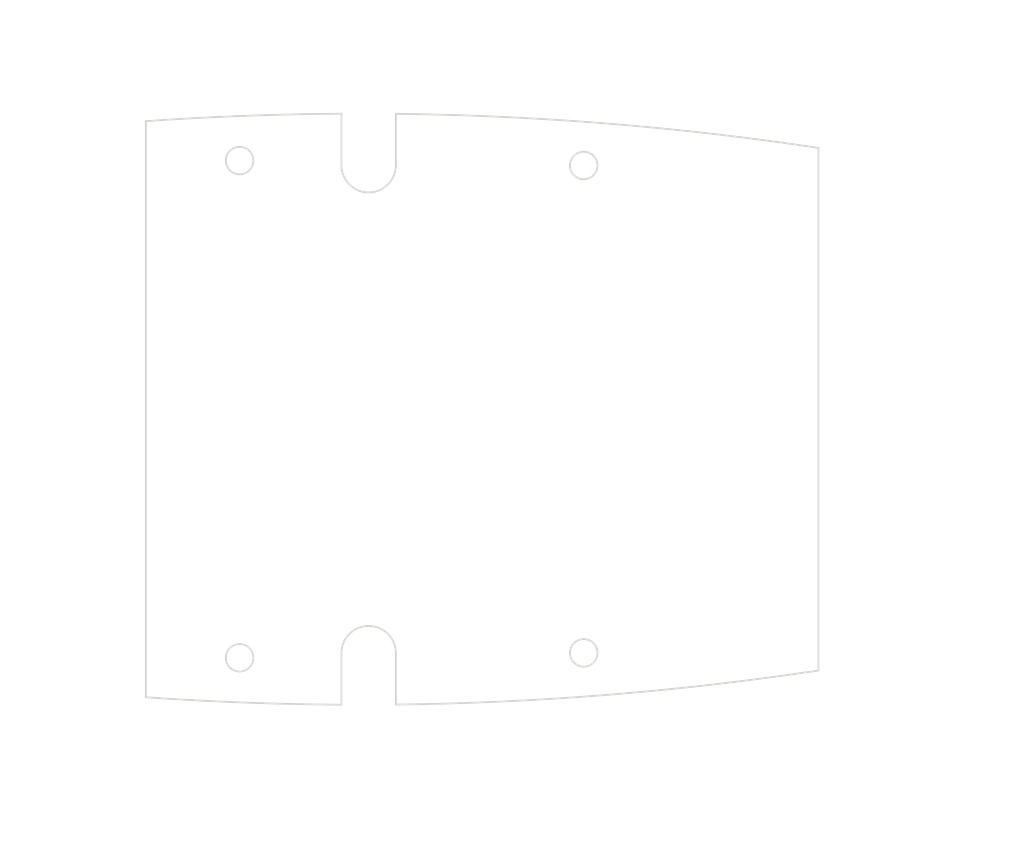
<source format=kicad_pcb>
(kicad_pcb (version 20221018) (generator pcbnew)

  (general
    (thickness 1.6)
  )

  (paper "A4")
  (layers
    (0 "F.Cu" signal)
    (31 "B.Cu" signal)
    (32 "B.Adhes" user "B.Adhesive")
    (33 "F.Adhes" user "F.Adhesive")
    (34 "B.Paste" user)
    (35 "F.Paste" user)
    (36 "B.SilkS" user "B.Silkscreen")
    (37 "F.SilkS" user "F.Silkscreen")
    (38 "B.Mask" user)
    (39 "F.Mask" user)
    (40 "Dwgs.User" user "User.Drawings")
    (41 "Cmts.User" user "User.Comments")
    (42 "Eco1.User" user "User.Eco1")
    (43 "Eco2.User" user "User.Eco2")
    (44 "Edge.Cuts" user)
    (45 "Margin" user)
    (46 "B.CrtYd" user "B.Courtyard")
    (47 "F.CrtYd" user "F.Courtyard")
    (48 "B.Fab" user)
    (49 "F.Fab" user)
  )

  (setup
    (pad_to_mask_clearance 0.051)
    (solder_mask_min_width 0.25)
    (pcbplotparams
      (layerselection 0x00010fc_ffffffff)
      (plot_on_all_layers_selection 0x0000000_00000000)
      (disableapertmacros false)
      (usegerberextensions false)
      (usegerberattributes false)
      (usegerberadvancedattributes false)
      (creategerberjobfile false)
      (dashed_line_dash_ratio 12.000000)
      (dashed_line_gap_ratio 3.000000)
      (svgprecision 4)
      (plotframeref false)
      (viasonmask false)
      (mode 1)
      (useauxorigin false)
      (hpglpennumber 1)
      (hpglpenspeed 20)
      (hpglpendiameter 15.000000)
      (dxfpolygonmode true)
      (dxfimperialunits true)
      (dxfusepcbnewfont true)
      (psnegative false)
      (psa4output false)
      (plotreference true)
      (plotvalue true)
      (plotinvisibletext false)
      (sketchpadsonfab false)
      (subtractmaskfromsilk false)
      (outputformat 1)
      (mirror false)
      (drillshape 1)
      (scaleselection 1)
      (outputdirectory "")
    )
  )

  (net 0 "")

  (gr_line (start 163.876154 55.733773) (end 158.469757 61.765527)
    (stroke (width 0.2) (type solid)) (layer "Dwgs.User") (tstamp 01f9e8d8-a76e-4d91-88bf-0e1b5346f11b))
  (gr_line (start 156.066936 63.946282) (end 156.066936 62.346282)
    (stroke (width 0.2) (type solid)) (layer "Dwgs.User") (tstamp 022aecb9-0139-4bd8-968f-f0356f1a30a8))
  (gr_line (start 130.566936 64.413162) (end 127.404211 64.413162)
    (stroke (width 0.2) (type solid)) (layer "Dwgs.User") (tstamp 0255fa7b-bd1f-41d2-8640-64a061db2fc9))
  (gr_line (start 156.066936 64.446282) (end 156.316936 64.446282)
    (stroke (width 0.2) (type solid)) (layer "Dwgs.User") (tstamp 0961ad4f-39ee-471d-a69f-1d7ced30960f))
  (gr_line (start 116.066936 64.374282) (end 116.066936 65.974282)
    (stroke (width 0.2) (type solid)) (layer "Dwgs.User") (tstamp 0a5124c4-f855-479b-8490-e0f002f8eeb3))
  (gr_line (start 131.066936 64.503162) (end 131.066936 64.323162)
    (stroke (width 0.2) (type solid)) (layer "Dwgs.User") (tstamp 0b723115-8d05-4ea6-aac3-2c43f8a10a32))
  (gr_line (start 156.066936 121.128282) (end 156.316936 121.128282)
    (stroke (width 0.2) (type solid)) (layer "Dwgs.User") (tstamp 0bd6f12f-8b80-4769-ab3a-e1ccb4c55a35))
  (gr_line (start 131.066936 64.413162) (end 130.816936 64.413162)
    (stroke (width 0.2) (type solid)) (layer "Dwgs.User") (tstamp 0ecc4855-3d53-4c9b-8c46-38d08e9efbe3))
  (gr_line (start 116.566936 63.874282) (end 118.166936 63.874282)
    (stroke (width 0.2) (type solid)) (layer "Dwgs.User") (tstamp 19faf95b-5858-4e5c-aa61-663a001be3c8))
  (gr_line (start 157.066936 64.446282) (end 190.995892 64.446282)
    (stroke (width 0.2) (type solid)) (layer "Dwgs.User") (tstamp 1bf0527a-7e24-4005-9b39-78b48d4f614a))
  (gr_line (start 118.066936 140.399712) (end 131.449746 140.399712)
    (stroke (width 0.2) (type solid)) (layer "Dwgs.User") (tstamp 1d723cd4-2ea0-4ea4-95c6-be5cec571fc4))
  (gr_line (start 184.348998 123.175951) (end 205.680898 123.175951)
    (stroke (width 0.2) (type solid)) (layer "Dwgs.User") (tstamp 239ebb8a-24a1-414d-998a-2d4200fa9563))
  (gr_line (start 131.066936 121.161403) (end 131.066936 121.411403)
    (stroke (width 0.2) (type solid)) (layer "Dwgs.User") (tstamp 26acb640-8302-4eb8-8336-bd85e047169a))
  (gr_line (start 173.030004 133.800439) (end 165.781408 133.800439)
    (stroke (width 0.2) (type solid)) (layer "Dwgs.User") (tstamp 28036a1c-cb9e-4c78-b8d7-d979ea76a232))
  (gr_line (start 115.566936 121.700282) (end 113.966936 121.700282)
    (stroke (width 0.2) (type solid)) (layer "Dwgs.User") (tstamp 2ad6c99d-b35c-43e9-904c-182f90d052d8))
  (gr_line (start 124.400269 66.413162) (end 124.400269 79.868907)
    (stroke (width 0.2) (type solid)) (layer "Dwgs.User") (tstamp 2b5dfd03-340a-40ef-992c-dc428747bd10))
  (gr_line (start 105.167861 140.308712) (end 103.167861 140.308712)
    (stroke (width 0.2) (type solid)) (layer "Dwgs.User") (tstamp 3340f5a4-54fa-45f0-a0e5-885abb6a6074))
  (gr_line (start 181.348998 48.625846) (end 148.881076 48.625846)
    (stroke (width 0.2) (type solid)) (layer "Dwgs.User") (tstamp 350e19d8-cb5a-41fc-9536-b7940600486e))
  (gr_line (start 187.820892 66.446282) (end 187.820892 88.884418)
    (stroke (width 0.2) (type solid)) (layer "Dwgs.User") (tstamp 368b63d2-0ec1-442a-b5e0-bf7d0ab8dd02))
  (gr_line (start 115.066936 121.700282) (end 97.167241 121.700282)
    (stroke (width 0.2) (type solid)) (layer "Dwgs.User") (tstamp 37fcef80-a849-493a-bf08-35b0ef62867c))
  (gr_line (start 156.066936 64.536282) (end 156.066936 64.356282)
    (stroke (width 0.2) (type solid)) (layer "Dwgs.User") (tstamp 3933fa24-d80c-497b-a24b-618523bc1917))
  (gr_line (start 156.066936 121.628282) (end 156.066936 123.228282)
    (stroke (width 0.2) (type solid)) (layer "Dwgs.User") (tstamp 3c6d4d74-9912-4cc4-85c0-9e017a5d2ffe))
  (gr_line (start 131.066936 121.161403) (end 131.066936 120.911403)
    (stroke (width 0.2) (type solid)) (layer "Dwgs.User") (tstamp 3d036c5e-a292-424d-8bd1-7ceb41f0c055))
  (gr_line (start 100.342241 119.700282) (end 100.342241 102.371369)
    (stroke (width 0.2) (type solid)) (layer "Dwgs.User") (tstamp 3e724c8a-ce76-4c73-bec8-b1ee60bb5f10))
  (gr_line (start 115.566936 63.874282) (end 113.966936 63.874282)
    (stroke (width 0.2) (type solid)) (layer "Dwgs.User") (tstamp 4002d232-1554-47c1-86a5-4e6edcf871d4))
  (gr_line (start 116.066936 63.874282) (end 115.816936 63.874282)
    (stroke (width 0.2) (type solid)) (layer "Dwgs.User") (tstamp 45558766-48b0-4559-b745-97744a095eb9))
  (gr_line (start 126.904211 127.153532) (end 89.779862 127.153532)
    (stroke (width 0.2) (type solid)) (layer "Dwgs.User") (tstamp 496fb713-2110-4070-85ea-b903adcdb39c))
  (gr_line (start 156.066936 121.128282) (end 156.066936 120.878282)
    (stroke (width 0.2) (type solid)) (layer "Dwgs.User") (tstamp 4d054804-52af-4650-8703-336533d386f8))
  (gr_line (start 116.066936 63.874282) (end 116.066936 63.624282)
    (stroke (width 0.2) (type solid)) (layer "Dwgs.User") (tstamp 4fed37eb-265e-4273-ba19-4105f9efaeed))
  (gr_line (start 116.066936 121.200282) (end 116.066936 119.600282)
    (stroke (width 0.2) (type solid)) (layer "Dwgs.User") (tstamp 53c3ad61-53d4-4444-98e3-d0beb46db2e0))
  (gr_line (start 124.400269 119.161403) (end 124.400269 87.674637)
    (stroke (width 0.2) (type solid)) (layer "Dwgs.User") (tstamp 5511bc82-f3bb-4918-9195-f596f0e67b28))
  (gr_line (start 156.566936 121.128282) (end 158.166936 121.128282)
    (stroke (width 0.2) (type solid)) (layer "Dwgs.User") (tstamp 59d17d39-e1b7-4af4-bb69-99c21b699ba1))
  (gr_line (start 116.066936 122.200282) (end 116.066936 123.800282)
    (stroke (width 0.2) (type solid)) (layer "Dwgs.User") (tstamp 5d109874-e525-4d99-9a91-cead8aa6c2ba))
  (gr_line (start 92.954862 60.421033) (end 92.954862 81.664409)
    (stroke (width 0.2) (type solid)) (layer "Dwgs.User") (tstamp 6078297d-0c7f-4bd0-bb03-8d00dead2e19))
  (gr_line (start 156.066936 121.128282) (end 155.816936 121.128282)
    (stroke (width 0.2) (type solid)) (layer "Dwgs.User") (tstamp 65bff8f6-4bf3-4d34-b6b6-33566d4cee8e))
  (gr_line (start 155.976936 64.446282) (end 156.156936 64.446282)
    (stroke (width 0.2) (type solid)) (layer "Dwgs.User") (tstamp 69a99cc7-78f5-47d1-af5e-8ceafcbf50d0))
  (gr_line (start 183.348998 61.398614) (end 183.348998 45.450846)
    (stroke (width 0.2) (type solid)) (layer "Dwgs.User") (tstamp 6a38cf24-f700-4676-a67a-1aad0d486b2a))
  (gr_line (start 187.820892 119.128282) (end 187.820892 96.690147)
    (stroke (width 0.2) (type solid)) (layer "Dwgs.User") (tstamp 6c1ed26b-0765-4ebe-9105-ae5ca9770364))
  (gr_line (start 131.066936 121.161403) (end 131.316936 121.161403)
    (stroke (width 0.2) (type solid)) (layer "Dwgs.User") (tstamp 6fe2e873-9246-4b12-ba55-11b1b15526cc))
  (gr_line (start 131.066936 64.413162) (end 131.066936 64.663162)
    (stroke (width 0.2) (type solid)) (layer "Dwgs.User") (tstamp 72f541a8-a92b-4ab9-b02d-b6477adcfd5d))
  (gr_line (start 156.066936 120.628282) (end 156.066936 119.028282)
    (stroke (width 0.2) (type solid)) (layer "Dwgs.User") (tstamp 740f589d-31ce-4e6d-8ac2-20d537031ed4))
  (gr_line (start 165.781408 133.800439) (end 165.159415 127.449452)
    (stroke (width 0.2) (type solid)) (layer "Dwgs.User") (tstamp 74491bd1-afca-4a22-8c71-492e5b1d6009))
  (gr_line (start 116.566936 121.700282) (end 118.166936 121.700282)
    (stroke (width 0.2) (type solid)) (layer "Dwgs.User") (tstamp 753ce2c4-4bc6-4573-ab8a-47d9ab8f4b19))
  (gr_line (start 116.066936 63.874282) (end 116.316936 63.874282)
    (stroke (width 0.2) (type solid)) (layer "Dwgs.User") (tstamp 7aeb9e67-50e2-4729-8cdc-b3e8e8fdae55))
  (gr_line (start 116.066936 121.700282) (end 116.066936 121.950282)
    (stroke (width 0.2) (type solid)) (layer "Dwgs.User") (tstamp 7c9740b9-b3f1-45a9-9177-a984c564a439))
  (gr_line (start 116.066936 122.700282) (end 116.066936 143.574712)
    (stroke (width 0.2) (type solid)) (layer "Dwgs.User") (tstamp 7ced8f99-8eac-4090-ae9e-e642f1f49296))
  (gr_line (start 155.566936 64.446282) (end 153.966936 64.446282)
    (stroke (width 0.2) (type solid)) (layer "Dwgs.User") (tstamp 82bb7d2a-0301-4886-b767-ad942830f0c9))
  (gr_line (start 156.066936 64.946282) (end 156.066936 66.546282)
    (stroke (width 0.2) (type solid)) (layer "Dwgs.User") (tstamp 83756e35-6f9d-441f-a4f3-add4321674a6))
  (gr_line (start 116.066936 121.700282) (end 115.816936 121.700282)
    (stroke (width 0.2) (type solid)) (layer "Dwgs.User") (tstamp 8a7e4a7c-b574-4cbc-b1c6-e2f25d37e128))
  (gr_line (start 116.066936 122.700282) (end 116.066936 143.483712)
    (stroke (width 0.2) (type solid)) (layer "Dwgs.User") (tstamp 8fd0f641-deb5-4499-98a8-6df3bf240515))
  (gr_line (start 156.566936 64.446282) (end 158.166936 64.446282)
    (stroke (width 0.2) (type solid)) (layer "Dwgs.User") (tstamp 91063821-a24b-41bd-ae75-f54270331f8d))
  (gr_line (start 105.167861 58.287282) (end 105.167861 45.450846)
    (stroke (width 0.2) (type solid)) (layer "Dwgs.User") (tstamp 993eaebd-9545-4d96-8f42-a222202a1b90))
  (gr_line (start 131.566936 121.161403) (end 134.729661 121.161403)
    (stroke (width 0.2) (type solid)) (layer "Dwgs.User") (tstamp 9ccc13e5-4029-4a33-8ef1-b12cea15f2d7))
  (gr_line (start 116.066936 63.874282) (end 116.066936 64.124282)
    (stroke (width 0.2) (type solid)) (layer "Dwgs.User") (tstamp a2527610-7864-4154-b6ec-161e47151e63))
  (gr_line (start 154.066936 140.399712) (end 140.684126 140.399712)
    (stroke (width 0.2) (type solid)) (layer "Dwgs.User") (tstamp a2f5c300-c10c-4086-b6af-9933ee302039))
  (gr_line (start 156.066936 122.128282) (end 156.066936 143.574712)
    (stroke (width 0.2) (type solid)) (layer "Dwgs.User") (tstamp a5590913-d03d-4874-8c70-ee3f8852e983))
  (gr_line (start 116.066936 63.374282) (end 116.066936 61.774282)
    (stroke (width 0.2) (type solid)) (layer "Dwgs.User") (tstamp a97d8cd5-513d-4f7c-a9c2-0a283163797f))
  (gr_line (start 202.505898 121.175951) (end 202.505898 96.690147)
    (stroke (width 0.2) (type solid)) (layer "Dwgs.User") (tstamp ac79b47a-4429-49b1-8ff3-6a5ba07cea41))
  (gr_line (start 156.066936 121.128282) (end 156.066936 121.378282)
    (stroke (width 0.2) (type solid)) (layer "Dwgs.User") (tstamp ae27ea2e-3cb8-4caa-9640-bcd805d44bb9))
  (gr_line (start 157.066936 121.128282) (end 190.995892 121.128282)
    (stroke (width 0.2) (type solid)) (layer "Dwgs.User") (tstamp b12e9c7f-257b-4ed6-95f0-5893ec5a29c7))
  (gr_line (start 184.348998 62.398614) (end 205.680898 62.398614)
    (stroke (width 0.2) (type solid)) (layer "Dwgs.User") (tstamp b37584cf-4952-47e0-954e-554e35028b81))
  (gr_line (start 114.066936 140.308712) (end 107.167861 140.308712)
    (stroke (width 0.2) (type solid)) (layer "Dwgs.User") (tstamp b76759b8-c408-4c05-8ac4-caaa83e32e75))
  (gr_line (start 131.566936 64.413162) (end 134.729661 64.413162)
    (stroke (width 0.2) (type solid)) (layer "Dwgs.User") (tstamp b97743f6-472a-4237-b792-ea1103474197))
  (gr_line (start 165.876154 55.733773) (end 163.876154 55.733773)
    (stroke (width 0.2) (type solid)) (layer "Dwgs.User") (tstamp bac2073d-8300-4e89-acaf-5126b7d3580f))
  (gr_line (start 131.066936 120.661403) (end 131.066936 117.498678)
    (stroke (width 0.2) (type solid)) (layer "Dwgs.User") (tstamp be5cf759-d5d2-4a34-85ca-09d913ade9ac))
  (gr_line (start 107.167861 48.625846) (end 139.635783 48.625846)
    (stroke (width 0.2) (type solid)) (layer "Dwgs.User") (tstamp c0687c32-eb2e-42c6-98fb-e17376978ef2))
  (gr_line (start 130.066936 121.161403) (end 121.225269 121.161403)
    (stroke (width 0.2) (type solid)) (layer "Dwgs.User") (tstamp c11723cb-38ff-4722-aa19-3f584e154d6e))
  (gr_line (start 156.066936 64.446282) (end 156.066936 64.196282)
    (stroke (width 0.2) (type solid)) (layer "Dwgs.User") (tstamp c67865a1-eddd-4e5c-8723-52f158232456))
  (gr_line (start 115.066936 63.874282) (end 97.167241 63.874282)
    (stroke (width 0.2) (type solid)) (layer "Dwgs.User") (tstamp c73ac2f4-a46c-4661-a5e5-9154a9f25791))
  (gr_line (start 130.066936 64.413162) (end 121.225269 64.413162)
    (stroke (width 0.2) (type solid)) (layer "Dwgs.User") (tstamp c8f5cc8b-b15c-4b8b-955f-6eed2d830515))
  (gr_line (start 116.066936 121.700282) (end 116.316936 121.700282)
    (stroke (width 0.2) (type solid)) (layer "Dwgs.User") (tstamp c908e559-4075-42d0-9eec-fc23371f306f))
  (gr_line (start 116.066936 121.700282) (end 116.066936 121.450282)
    (stroke (width 0.2) (type solid)) (layer "Dwgs.User") (tstamp cc7f0637-8f6a-4ff9-aab2-669a2476fdfc))
  (gr_line (start 141.566005 79.340793) (end 134.036998 68.636012)
    (stroke (width 0.2) (type solid)) (layer "Dwgs.User") (tstamp cc871e78-d041-4b87-b4c9-a4c3e8cdcc2e))
  (gr_line (start 92.954862 125.153532) (end 92.954862 89.471503)
    (stroke (width 0.2) (type solid)) (layer "Dwgs.User") (tstamp cceaeeee-8b7d-4736-aa10-b429e14f142f))
  (gr_line (start 130.976936 64.413162) (end 131.156936 64.413162)
    (stroke (width 0.2) (type solid)) (layer "Dwgs.User") (tstamp d1ca8e0a-09a1-4a19-9d7c-9b0590f630d7))
  (gr_line (start 131.066936 64.413162) (end 131.066936 64.163162)
    (stroke (width 0.2) (type solid)) (layer "Dwgs.User") (tstamp d77eaf76-94e0-405b-b389-6a6e5eecdd27))
  (gr_line (start 131.066936 121.161403) (end 130.816936 121.161403)
    (stroke (width 0.2) (type solid)) (layer "Dwgs.User") (tstamp dec9e355-5231-4415-b27b-eee91fa337ea))
  (gr_line (start 156.066936 64.446282) (end 155.816936 64.446282)
    (stroke (width 0.2) (type solid)) (layer "Dwgs.User") (tstamp e1c469b7-977a-4471-aa0d-e2aca1dbfc4b))
  (gr_line (start 131.066936 64.413162) (end 131.316936 64.413162)
    (stroke (width 0.2) (type solid)) (layer "Dwgs.User") (tstamp e2abde83-6408-4610-9134-0dda58421c07))
  (gr_line (start 130.566936 121.161403) (end 127.404211 121.161403)
    (stroke (width 0.2) (type solid)) (layer "Dwgs.User") (tstamp e95a8870-48b6-44e0-ac3b-44f96bd03ac2))
  (gr_line (start 202.505898 64.398614) (end 202.505898 88.884418)
    (stroke (width 0.2) (type solid)) (layer "Dwgs.User") (tstamp eb2cc6a2-fe01-4405-a491-6c77fb10b01a))
  (gr_line (start 105.167861 127.287282) (end 105.167861 143.483712)
    (stroke (width 0.2) (type solid)) (layer "Dwgs.User") (tstamp edfff323-3f8d-4a07-8072-4bb4c4d8492c))
  (gr_line (start 143.566005 79.340793) (end 141.566005 79.340793)
    (stroke (width 0.2) (type solid)) (layer "Dwgs.User") (tstamp f1358430-bdfc-4fe5-b43d-5b585606b6d7))
  (gr_line (start 155.566936 121.128282) (end 153.966936 121.128282)
    (stroke (width 0.2) (type solid)) (layer "Dwgs.User") (tstamp f22df091-e6fd-411e-b821-76110ca0b1e3))
  (gr_line (start 131.066936 64.913162) (end 131.066936 68.075887)
    (stroke (width 0.2) (type solid)) (layer "Dwgs.User") (tstamp fc7a7c00-6e1c-4b12-a58a-4c036a597f44))
  (gr_line (start 156.066936 64.446282) (end 156.066936 64.696282)
    (stroke (width 0.2) (type solid)) (layer "Dwgs.User") (tstamp fe71bdc8-ded5-419b-86b7-204c2621527a))
  (gr_line (start 100.342241 65.874282) (end 100.342241 94.564275)
    (stroke (width 0.2) (type solid)) (layer "Dwgs.User") (tstamp ff259157-5cfb-4291-a824-0e70c360683a))
  (gr_line (start 183.348998 123.175951) (end 183.348998 62.398614)
    (stroke (width 0.2) (type solid)) (layer "Edge.Cuts") (tstamp 09868764-4a1a-4ba8-ab54-b7c2cc3e53ef))
  (gr_line (start 105.167861 59.287282) (end 105.167861 126.287282)
    (stroke (width 0.2) (type solid)) (layer "Edge.Cuts") (tstamp 240e6252-a03d-4925-b8c0-2e6b1c7ef1e5))
  (gr_arc (start 183.348998 123.175951) (mid 158.857691 126.004203) (end 134.229661 127.137018)
    (stroke (width 0.2) (type solid)) (layer "Edge.Cuts") (tstamp 31a4b0f3-5b6b-4a48-a305-0e3fb231d480))
  (gr_line (start 134.229661 121.161403) (end 134.229661 127.137018)
    (stroke (width 0.2) (type solid)) (layer "Edge.Cuts") (tstamp 31fb5159-8f88-4030-a853-6da01e43f697))
  (gr_line (start 127.904211 127.153532) (end 127.904211 121.161403)
    (stroke (width 0.2) (type solid)) (layer "Edge.Cuts") (tstamp 4516e8cf-6461-4092-9abf-b47e1903c351))
  (gr_circle (center 116.066936 121.700282) (end 117.666936 121.700282)
    (stroke (width 0.2) (type solid)) (fill none) (layer "Edge.Cuts") (tstamp 45d6e9b8-c9b6-49b4-9517-055b44c8ccc1))
  (gr_arc (start 127.904211 127.153531) (mid 116.52914 126.901411) (end 105.167861 126.287282)
    (stroke (width 0.2) (type solid)) (layer "Edge.Cuts") (tstamp 5e281d59-cdd8-4e32-ab49-fe04a418633a))
  (gr_arc (start 134.229661 58.437547) (mid 158.857691 59.570361) (end 183.348998 62.398614)
    (stroke (width 0.2) (type solid)) (layer "Edge.Cuts") (tstamp 6e08c9fb-0cbe-4c75-baab-a72aa2bac57e))
  (gr_line (start 134.229661 58.437547) (end 134.229661 64.413162)
    (stroke (width 0.2) (type solid)) (layer "Edge.Cuts") (tstamp 7fbbe15d-7cec-4ebc-9a1c-865dee72c220))
  (gr_circle (center 116.066936 63.874282) (end 117.666936 63.874282)
    (stroke (width 0.2) (type solid)) (fill none) (layer "Edge.Cuts") (tstamp 80ae423d-ee73-45b7-ac3d-662a9bd9d888))
  (gr_line (start 127.904211 64.413162) (end 127.904211 58.421033)
    (stroke (width 0.2) (type solid)) (layer "Edge.Cuts") (tstamp 8f16f49b-c7eb-4c90-a4c6-88e17cb7f3d2))
  (gr_circle (center 156.066936 64.446282) (end 157.666936 64.446282)
    (stroke (width 0.2) (type solid)) (fill none) (layer "Edge.Cuts") (tstamp c76dd164-ec1b-4cea-9d04-81d5c67643e6))
  (gr_arc (start 127.904211 121.161403) (mid 131.066936 117.998678) (end 134.229661 121.161403)
    (stroke (width 0.2) (type solid)) (layer "Edge.Cuts") (tstamp cb83532a-9f79-4f24-ad40-520b262983a2))
  (gr_circle (center 156.066936 121.128282) (end 157.666936 121.128282)
    (stroke (width 0.2) (type solid)) (fill none) (layer "Edge.Cuts") (tstamp d6a1562a-b6ab-4837-ae47-0875f4a5262a))
  (gr_arc (start 105.167861 59.287283) (mid 116.52914 58.673154) (end 127.904211 58.421033)
    (stroke (width 0.2) (type solid)) (layer "Edge.Cuts") (tstamp f01b5f36-db48-4d87-993a-cab955757147))
  (gr_arc (start 134.229661 64.413162) (mid 131.066936 67.575887) (end 127.904211 64.413162)
    (stroke (width 0.2) (type solid)) (layer "Edge.Cuts") (tstamp f1f947d5-4450-415c-b6be-549d24a4edc3))
  (gr_text " 57.83" (at 100.342241 96.645994) (layer "Dwgs.User") (tstamp 03df15d3-d015-42c8-8074-11bbf1361dc1)
    (effects (font (size 2 1.8) (thickness 0.25)))
  )
  (gr_text " R357.34" (at 179.432323 131.978611) (layer "Dwgs.User") (tstamp 043b117a-3807-4a92-93f0-5bdd761323ed)
    (effects (font (size 2 1.8) (thickness 0.25)))
  )
  (gr_text " 40.00" (at 136.066936 138.578566) (layer "Dwgs.User") (tstamp 1cada13b-58e1-4d90-86d3-d9b6fa2b2b16)
    (effects (font (size 2 1.8) (thickness 0.25)))
  )
  (gr_text "[3.08]" (at 144.258429 50.707564) (layer "Dwgs.User") (tstamp 25740e58-dc45-42fa-8b2b-b60ba75c5ee7)
    (effects (font (size 2 1.8) (thickness 0.25)))
  )
  (gr_text "[2.28]" (at 100.342241 100.549541) (layer "Dwgs.User") (tstamp 2c92fa5a-dd44-4fc3-a941-8bf6fd74a8c8)
    (effects (font (size 2 1.8) (thickness 0.25)))
  )
  (gr_text " 10.90" (at 98.550672 138.487566) (layer "Dwgs.User") (tstamp 2dd46cb1-e9c5-465b-9c95-84557edbe6f5)
    (effects (font (size 2 1.8) (thickness 0.25)))
  )
  (gr_text "[2.23]" (at 187.820892 94.869001) (layer "Dwgs.User") (tstamp 30a316ec-98b9-4230-a624-26f241204cee)
    (effects (font (size 2 1.8) (thickness 0.25)))
  )
  (gr_text " 56.75" (at 124.400269 81.950626) (layer "Dwgs.User") (tstamp 46e32953-90b1-460d-967f-e36beb893e14)
    (effects (font (size 2 1.8) (thickness 0.25)))
  )
  (gr_text "[2.39]" (at 202.505898 94.869001) (layer "Dwgs.User") (tstamp 4f7ed437-67a8-4c22-b471-e0621563f02e)
    (effects (font (size 2 1.8) (thickness 0.25)))
  )
  (gr_text " ∅3.20\n[∅0.13]" (at 171.07247 55.733773) (layer "Dwgs.User") (tstamp 5428bb14-908b-4450-8d5e-47c4d02c8598)
    (effects (font (size 2 1.8) (thickness 0.25)))
  )
  (gr_text "[2.71]" (at 92.954862 87.649675) (layer "Dwgs.User") (tstamp 692bd753-ce93-48f4-86e2-6814383b773e)
    (effects (font (size 2 1.8) (thickness 0.25)))
  )
  (gr_text "[.43]" (at 98.550672 142.390431) (layer "Dwgs.User") (tstamp 935f5867-8730-4043-a134-e03baf15d247)
    (effects (font (size 2 1.8) (thickness 0.25)))
  )
  (gr_text "[R14.07]" (at 179.432323 135.882158) (layer "Dwgs.User") (tstamp 93dd7a4f-364e-469e-bdd4-83a82c2343d5)
    (effects (font (size 2 1.8) (thickness 0.25)))
  )
  (gr_text "[2.23]" (at 124.400269 85.853491) (layer "Dwgs.User") (tstamp 9fee7995-ba09-49a4-a341-a1417d98cad0)
    (effects (font (size 2 1.8) (thickness 0.25)))
  )
  (gr_text " ∅6.33\n[∅0.25]" (at 148.762321 79.340793) (layer "Dwgs.User") (tstamp a5f248fd-4779-4d0e-a6d6-cad8aa430f24)
    (effects (font (size 2 1.8) (thickness 0.25)))
  )
  (gr_text " 60.78" (at 202.505898 90.966136) (layer "Dwgs.User") (tstamp ab358758-9399-45b3-b6df-cda334ba1d40)
    (effects (font (size 2 1.8) (thickness 0.25)))
  )
  (gr_text "[1.57]" (at 136.066936 142.481431) (layer "Dwgs.User") (tstamp eb036306-37bd-4866-82cd-5ea6950e3512)
    (effects (font (size 2 1.8) (thickness 0.25)))
  )
  (gr_text " 78.18" (at 144.258429 46.8047) (layer "Dwgs.User") (tstamp f4150a7d-ae0a-4389-b9d6-5122eb8d623d)
    (effects (font (size 2 1.8) (thickness 0.25)))
  )
  (gr_text " 56.68" (at 187.820892 90.966136) (layer "Dwgs.User") (tstamp f70de4e2-bb4f-4648-afb5-ef0ab5a6e431)
    (effects (font (size 2 1.8) (thickness 0.25)))
  )
  (gr_text " 68.73" (at 92.954862 83.746128) (layer "Dwgs.User") (tstamp fb36b4a4-b483-41a5-a224-7d41a396b9d4)
    (effects (font (size 2 1.8) (thickness 0.25)))
  )

)

</source>
